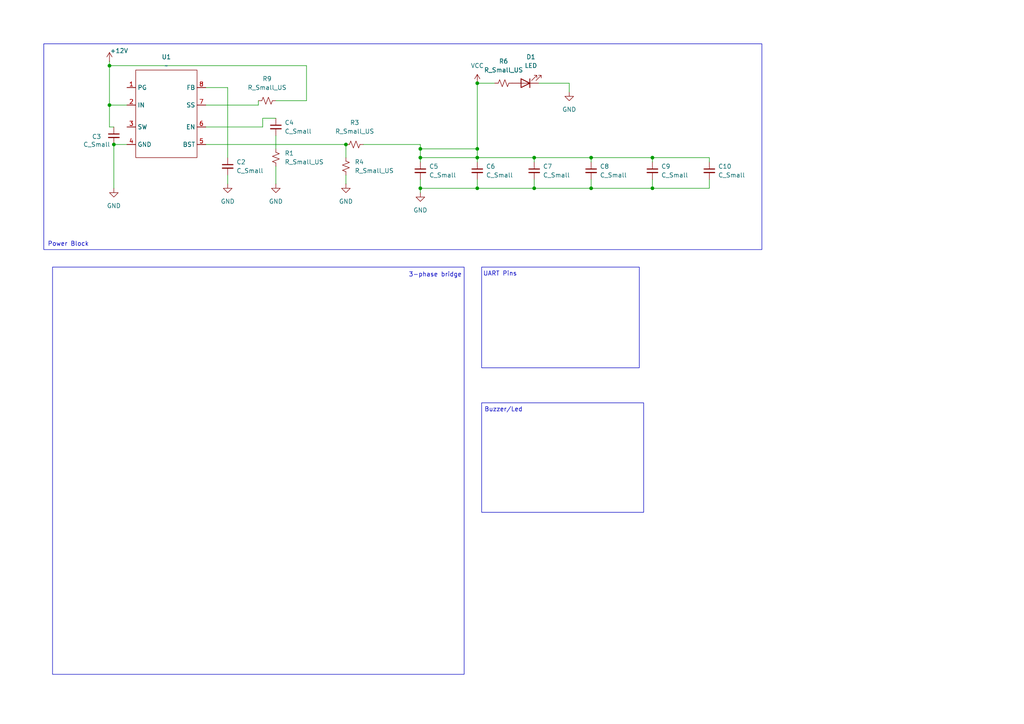
<source format=kicad_sch>
(kicad_sch (version 20250114) (generator "eeschema") (generator_version "9.0")
  (paper "A4")
  (lib_symbols
    (symbol "Device:C_Small" (pin_numbers (hide yes)) (pin_names (offset 0.254) (hide yes))
      (property "Reference" "C" (at 0.254 1.778 0))
      (property "Value" "C_Small" (at 0.254 -2.032 0))
      (symbol "C_Small_0_1"
        (polyline (pts (xy -1.524 0.508) (xy 1.524 0.508)) (stroke (width 0.3048)))
        (polyline (pts (xy -1.524 -0.508) (xy 1.524 -0.508)) (stroke (width 0.3302)))
      )
      (symbol "C_Small_1_1"
        (pin passive line (at 0 2.54 270) (length 2.032) (name "~") (number "1"))
        (pin passive line (at 0 -2.54 90) (length 2.032) (name "~") (number "2"))
      )
    )
    (symbol "Device:LED" (pin_numbers (hide yes)) (pin_names (offset 1.016) (hide yes))
      (property "Reference" "D" (at 0 2.54 0))
      (property "Value" "LED" (at 0 -2.54 0))
      (symbol "LED_0_1"
        (polyline (pts (xy -3.048 -0.762) (xy -4.572 -2.286) (xy -3.81 -2.286) (xy -4.572 -2.286) (xy -4.572 -1.524)))
        (polyline (pts (xy -1.778 -0.762) (xy -3.302 -2.286) (xy -2.54 -2.286) (xy -3.302 -2.286) (xy -3.302 -1.524)))
        (polyline (pts (xy -1.27 0) (xy 1.27 0)))
        (polyline (pts (xy -1.27 -1.27) (xy -1.27 1.27)) (stroke (width 0.254)))
        (polyline (pts (xy 1.27 -1.27) (xy 1.27 1.27) (xy -1.27 0) (xy 1.27 -1.27)) (stroke (width 0.254)))
      )
      (symbol "LED_1_1"
        (pin passive line (at -3.81 0 0) (length 2.54) (name "K") (number "1"))
        (pin passive line (at 3.81 0 180) (length 2.54) (name "A") (number "2"))
      )
    )
    (symbol "Device:R_Small_US" (pin_numbers (hide yes)) (pin_names (offset 0.254) (hide yes))
      (property "Reference" "R" (at 0.762 0.508 0))
      (property "Value" "R_Small_US" (at 0.762 -1.016 0))
      (symbol "R_Small_US_1_1"
        (polyline (pts (xy 0 1.524) (xy 1.016 1.143) (xy 0 0.762) (xy -1.016 0.381) (xy 0 0)))
        (polyline (pts (xy 0 0) (xy 1.016 -0.381) (xy 0 -0.762) (xy -1.016 -1.143) (xy 0 -1.524)))
        (pin passive line (at 0 2.54 270) (length 1.016) (name "~") (number "1"))
        (pin passive line (at 0 -2.54 90) (length 1.016) (name "~") (number "2"))
      )
    )
    (symbol "MP2393buckConverter:MP2393buckConverter"
      (property "Reference" "U" (at 0 0 0))
      (symbol "MP2393buckConverter_0_1"
        (rectangle (start 0 25.4) (end 17.78 0))
      )
      (symbol "MP2393buckConverter_1_1"
        (pin input line (at -2.54 20.32 0) (length 2.54) (name "PG") (number "1"))
        (pin input line (at -2.54 15.24 0) (length 2.54) (name "IN") (number "2"))
        (pin input line (at -2.54 8.89 0) (length 2.54) (name "SW") (number "3"))
        (pin input line (at -2.54 3.81 0) (length 2.54) (name "GND") (number "4"))
        (pin input line (at 20.32 20.32 180) (length 2.54) (name "FB") (number "8"))
        (pin input line (at 20.32 15.24 180) (length 2.54) (name "SS") (number "7"))
        (pin input line (at 20.32 8.89 180) (length 2.54) (name "EN") (number "6"))
        (pin input line (at 20.32 3.81 180) (length 2.54) (name "BST") (number "5"))
      )
    )
    (symbol "power:+12V" (power) (pin_numbers (hide yes)) (pin_names (offset 0) (hide yes))
      (property "Value" "+12V" (at 0 3.556 0))
      (symbol "+12V_0_1"
        (polyline (pts (xy -0.762 1.27) (xy 0 2.54)))
        (polyline (pts (xy 0 2.54) (xy 0.762 1.27)))
        (polyline (pts (xy 0 0) (xy 0 2.54)))
      )
      (symbol "+12V_1_1"
        (pin power_in line (at 0 0 90) (length 0) (name "~") (number "1"))
      )
    )
    (symbol "power:GND" (power) (pin_numbers (hide yes)) (pin_names (offset 0) (hide yes))
      (property "Value" "GND" (at 0 -3.81 0))
      (symbol "GND_0_1"
        (polyline (pts (xy 0 0) (xy 0 -1.27) (xy 1.27 -1.27) (xy 0 -2.54) (xy -1.27 -1.27) (xy 0 -1.27)))
      )
      (symbol "GND_1_1"
        (pin power_in line (at 0 0 270) (length 0) (name "~") (number "1"))
      )
    )
    (symbol "power:VCC" (power) (pin_numbers (hide yes)) (pin_names (offset 0) (hide yes))
      (property "Value" "VCC" (at 0 3.556 0))
      (symbol "VCC_0_1"
        (polyline (pts (xy -0.762 1.27) (xy 0 2.54)))
        (polyline (pts (xy 0 2.54) (xy 0.762 1.27)))
        (polyline (pts (xy 0 0) (xy 0 2.54)))
      )
      (symbol "VCC_1_1"
        (pin power_in line (at 0 0 90) (length 0) (name "~") (number "1"))
      )
    )
  )
  (rectangle (start 139.7 116.84) (end 186.69 148.59))
  (rectangle (start 139.7 77.47) (end 185.42 106.68))
  (rectangle (start 15.24 77.47) (end 134.62 195.58))
  (rectangle (start 12.7 12.7) (end 220.98 72.39))
  (text "UART Pins\n" (at 145.034 79.502 0) (effects (font (size 1.27 1.27))))
  (text "3-phase bridge" (at 126.238 79.756 0) (effects (font (size 1.27 1.27))))
  (text "Buzzer/Led\n" (at 146.05 118.872 0) (effects (font (size 1.27 1.27))))
  (text "Power Block\n" (at 19.812 70.866 0) (effects (font (size 1.27 1.27))))
  (junction (at 189.23 45.72))
  (junction (at 171.45 45.72))
  (junction (at 138.43 43.18))
  (junction (at 171.45 54.61))
  (junction (at 121.92 45.72))
  (junction (at 154.94 54.61))
  (junction (at 138.43 54.61))
  (junction (at 100.33 41.91))
  (junction (at 121.92 54.61))
  (junction (at 138.43 24.13))
  (junction (at 31.75 30.48))
  (junction (at 138.43 45.72))
  (junction (at 33.02 41.91))
  (junction (at 31.75 19.05))
  (junction (at 154.94 45.72))
  (junction (at 189.23 54.61))
  (junction (at 121.92 43.18))
  (wire (pts (xy 80.01 39.37) (xy 80.01 43.18)))
  (wire (pts (xy 80.01 29.21) (xy 88.9 29.21)))
  (wire (pts (xy 121.92 54.61) (xy 121.92 55.88)))
  (wire (pts (xy 165.1 24.13) (xy 165.1 26.67)))
  (wire (pts (xy 74.93 30.48) (xy 74.93 29.21)))
  (wire (pts (xy 171.45 45.72) (xy 171.45 46.99)))
  (wire (pts (xy 31.75 17.78) (xy 31.75 19.05)))
  (wire (pts (xy 31.75 36.83) (xy 33.02 36.83)))
  (wire (pts (xy 121.92 54.61) (xy 138.43 54.61)))
  (wire (pts (xy 189.23 54.61) (xy 205.74 54.61)))
  (wire (pts (xy 205.74 45.72) (xy 205.74 46.99)))
  (wire (pts (xy 121.92 43.18) (xy 121.92 45.72)))
  (wire (pts (xy 88.9 19.05) (xy 88.9 29.21)))
  (wire (pts (xy 59.69 25.4) (xy 66.04 25.4)))
  (wire (pts (xy 33.02 41.91) (xy 33.02 54.61)))
  (wire (pts (xy 121.92 41.91) (xy 121.92 43.18)))
  (wire (pts (xy 189.23 45.72) (xy 189.23 46.99)))
  (wire (pts (xy 31.75 30.48) (xy 36.83 30.48)))
  (wire (pts (xy 154.94 54.61) (xy 154.94 52.07)))
  (wire (pts (xy 138.43 54.61) (xy 138.43 52.07)))
  (wire (pts (xy 154.94 54.61) (xy 171.45 54.61)))
  (wire (pts (xy 138.43 24.13) (xy 143.51 24.13)))
  (wire (pts (xy 59.69 30.48) (xy 74.93 30.48)))
  (wire (pts (xy 121.92 45.72) (xy 138.43 45.72)))
  (wire (pts (xy 189.23 45.72) (xy 205.74 45.72)))
  (wire (pts (xy 138.43 45.72) (xy 154.94 45.72)))
  (wire (pts (xy 100.33 41.91) (xy 100.33 45.72)))
  (wire (pts (xy 171.45 54.61) (xy 189.23 54.61)))
  (wire (pts (xy 31.75 19.05) (xy 31.75 30.48)))
  (wire (pts (xy 205.74 54.61) (xy 205.74 52.07)))
  (wire (pts (xy 36.83 41.91) (xy 33.02 41.91)))
  (wire (pts (xy 154.94 45.72) (xy 154.94 46.99)))
  (wire (pts (xy 138.43 54.61) (xy 154.94 54.61)))
  (wire (pts (xy 80.01 48.26) (xy 80.01 53.34)))
  (wire (pts (xy 76.2 34.29) (xy 80.01 34.29)))
  (wire (pts (xy 138.43 43.18) (xy 138.43 24.13)))
  (wire (pts (xy 189.23 54.61) (xy 189.23 52.07)))
  (wire (pts (xy 66.04 25.4) (xy 66.04 45.72)))
  (wire (pts (xy 121.92 45.72) (xy 121.92 46.99)))
  (wire (pts (xy 121.92 52.07) (xy 121.92 54.61)))
  (wire (pts (xy 154.94 45.72) (xy 171.45 45.72)))
  (wire (pts (xy 171.45 45.72) (xy 189.23 45.72)))
  (wire (pts (xy 66.04 50.8) (xy 66.04 53.34)))
  (wire (pts (xy 76.2 36.83) (xy 76.2 34.29)))
  (wire (pts (xy 59.69 36.83) (xy 76.2 36.83)))
  (wire (pts (xy 156.21 24.13) (xy 165.1 24.13)))
  (wire (pts (xy 59.69 41.91) (xy 100.33 41.91)))
  (wire (pts (xy 171.45 54.61) (xy 171.45 52.07)))
  (wire (pts (xy 100.33 50.8) (xy 100.33 53.34)))
  (wire (pts (xy 105.41 41.91) (xy 121.92 41.91)))
  (wire (pts (xy 31.75 30.48) (xy 31.75 36.83)))
  (wire (pts (xy 88.9 19.05) (xy 31.75 19.05)))
  (wire (pts (xy 138.43 43.18) (xy 138.43 45.72)))
  (wire (pts (xy 121.92 43.18) (xy 138.43 43.18)))
  (wire (pts (xy 138.43 45.72) (xy 138.43 46.99)))
  (symbol (lib_id "Device:C_Small") (at 33.02 39.37 0) (unit 1)
    (property "Reference" "C3" (at 26.67 39.624 0) (effects (justify left)))
    (property "Value" "C_Small" (at 24.13 41.91 0) (effects (justify left)))
    (property "Description" "Unpolarized capacitor, small symbol" (effects (hide yes)))
  )
  (symbol (lib_id "Device:R_Small_US") (at 146.05 24.13 90) (unit 1)
    (property "Reference" "R6" (at 146.05 17.78 90))
    (property "Value" "R_Small_US" (at 146.05 20.32 90))
    (property "Description" "Resistor, small US symbol" (effects (hide yes)))
  )
  (symbol (lib_id "Device:C_Small") (at 189.23 49.53 0) (unit 1)
    (property "Reference" "C9" (at 191.77 48.2662 0) (effects (justify left)))
    (property "Value" "C_Small" (at 191.77 50.8062 0) (effects (justify left)))
    (property "Description" "Unpolarized capacitor, small symbol" (effects (hide yes)))
  )
  (symbol (lib_id "power:+12V") (at 31.75 17.78 0) (unit 1)
    (property "Reference" "#PWR01" (effects (hide yes)))
    (property "Value" "+12V" (at 34.544 14.732 0))
    (property "Description" "Power symbol creates a global label with name \"+12V\"" (effects (hide yes)))
  )
  (symbol (lib_id "power:GND") (at 100.33 53.34 0) (unit 1)
    (property "Reference" "#PWR05" (effects (hide yes)))
    (property "Value" "GND" (at 100.33 58.42 0))
    (property "Description" "Power symbol creates a global label with name \"GND\" , ground" (effects (hide yes)))
  )
  (symbol (lib_id "Device:C_Small") (at 171.45 49.53 0) (unit 1)
    (property "Reference" "C8" (at 173.99 48.2662 0) (effects (justify left)))
    (property "Value" "C_Small" (at 173.99 50.8062 0) (effects (justify left)))
    (property "Description" "Unpolarized capacitor, small symbol" (effects (hide yes)))
  )
  (symbol (lib_id "Device:C_Small") (at 205.74 49.53 0) (unit 1)
    (property "Reference" "C10" (at 208.28 48.2662 0) (effects (justify left)))
    (property "Value" "C_Small" (at 208.28 50.8062 0) (effects (justify left)))
    (property "Description" "Unpolarized capacitor, small symbol" (effects (hide yes)))
  )
  (symbol (lib_id "Device:R_Small_US") (at 102.87 41.91 90) (unit 1)
    (property "Reference" "R3" (at 102.87 35.56 90))
    (property "Value" "R_Small_US" (at 102.87 38.1 90))
    (property "Description" "Resistor, small US symbol" (effects (hide yes)))
  )
  (symbol (lib_id "Device:C_Small") (at 154.94 49.53 0) (unit 1)
    (property "Reference" "C7" (at 157.48 48.2662 0) (effects (justify left)))
    (property "Value" "C_Small" (at 157.48 50.8062 0) (effects (justify left)))
    (property "Description" "Unpolarized capacitor, small symbol" (effects (hide yes)))
  )
  (symbol (lib_id "MP2393buckConverter:MP2393buckConverter") (at 39.37 45.72 0) (unit 1)
    (property "Reference" "U1" (at 48.26 16.51 0))
    (property "Value" "~" (at 48.26 19.05 0))
  )
  (symbol (lib_id "Device:R_Small_US") (at 77.47 29.21 90) (unit 1)
    (property "Reference" "R9" (at 77.47 22.86 90))
    (property "Value" "R_Small_US" (at 77.47 25.4 90))
    (property "Description" "Resistor, small US symbol" (effects (hide yes)))
  )
  (symbol (lib_id "Device:C_Small") (at 80.01 36.83 0) (unit 1)
    (property "Reference" "C4" (at 82.55 35.5662 0) (effects (justify left)))
    (property "Value" "C_Small" (at 82.55 38.1062 0) (effects (justify left)))
    (property "Description" "Unpolarized capacitor, small symbol" (effects (hide yes)))
  )
  (symbol (lib_id "power:GND") (at 33.02 54.61 0) (unit 1)
    (property "Reference" "#PWR02" (effects (hide yes)))
    (property "Value" "GND" (at 33.02 59.69 0))
    (property "Description" "Power symbol creates a global label with name \"GND\" , ground" (effects (hide yes)))
  )
  (symbol (lib_id "power:VCC") (at 138.43 24.13 0) (unit 1)
    (property "Reference" "#PWR08" (effects (hide yes)))
    (property "Value" "VCC" (at 138.43 19.05 0))
    (property "Description" "Power symbol creates a global label with name \"VCC\"" (effects (hide yes)))
  )
  (symbol (lib_id "Device:C_Small") (at 66.04 48.26 0) (unit 1)
    (property "Reference" "C2" (at 68.58 46.9962 0) (effects (justify left)))
    (property "Value" "C_Small" (at 68.58 49.5362 0) (effects (justify left)))
    (property "Description" "Unpolarized capacitor, small symbol" (effects (hide yes)))
  )
  (symbol (lib_id "power:GND") (at 80.01 53.34 0) (unit 1)
    (property "Reference" "#PWR04" (effects (hide yes)))
    (property "Value" "GND" (at 80.01 58.42 0))
    (property "Description" "Power symbol creates a global label with name \"GND\" , ground" (effects (hide yes)))
  )
  (symbol (lib_id "power:GND") (at 121.92 55.88 0) (unit 1)
    (property "Reference" "#PWR06" (effects (hide yes)))
    (property "Value" "GND" (at 121.92 60.96 0))
    (property "Description" "Power symbol creates a global label with name \"GND\" , ground" (effects (hide yes)))
  )
  (symbol (lib_id "Device:LED") (at 152.4 24.13 180) (unit 1)
    (property "Reference" "D1" (at 153.9875 16.51 0))
    (property "Value" "LED" (at 153.9875 19.05 0))
    (property "Description" "Light emitting diode" (effects (hide yes)))
    (property "Sim.Pins" "1=K 2=A" (effects (hide yes)))
  )
  (symbol (lib_id "power:GND") (at 66.04 53.34 0) (unit 1)
    (property "Reference" "#PWR03" (effects (hide yes)))
    (property "Value" "GND" (at 66.04 58.42 0))
    (property "Description" "Power symbol creates a global label with name \"GND\" , ground" (effects (hide yes)))
  )
  (symbol (lib_id "Device:R_Small_US") (at 100.33 48.26 180) (unit 1)
    (property "Reference" "R4" (at 102.87 46.9899 0) (effects (justify right)))
    (property "Value" "R_Small_US" (at 102.87 49.5299 0) (effects (justify right)))
    (property "Description" "Resistor, small US symbol" (effects (hide yes)))
  )
  (symbol (lib_id "power:GND") (at 165.1 26.67 0) (unit 1)
    (property "Reference" "#PWR07" (effects (hide yes)))
    (property "Value" "GND" (at 165.1 31.75 0))
    (property "Description" "Power symbol creates a global label with name \"GND\" , ground" (effects (hide yes)))
  )
  (symbol (lib_id "Device:C_Small") (at 121.92 49.53 0) (unit 1)
    (property "Reference" "C5" (at 124.46 48.2662 0) (effects (justify left)))
    (property "Value" "C_Small" (at 124.46 50.8062 0) (effects (justify left)))
    (property "Description" "Unpolarized capacitor, small symbol" (effects (hide yes)))
  )
  (symbol (lib_id "Device:C_Small") (at 138.43 49.53 0) (unit 1)
    (property "Reference" "C6" (at 140.97 48.2662 0) (effects (justify left)))
    (property "Value" "C_Small" (at 140.97 50.8062 0) (effects (justify left)))
    (property "Description" "Unpolarized capacitor, small symbol" (effects (hide yes)))
  )
  (symbol (lib_id "Device:R_Small_US") (at 80.01 45.72 180) (unit 1)
    (property "Reference" "R1" (at 82.55 44.4499 0) (effects (justify right)))
    (property "Value" "R_Small_US" (at 82.55 46.9899 0) (effects (justify right)))
    (property "Description" "Resistor, small US symbol" (effects (hide yes)))
  )
)
</source>
